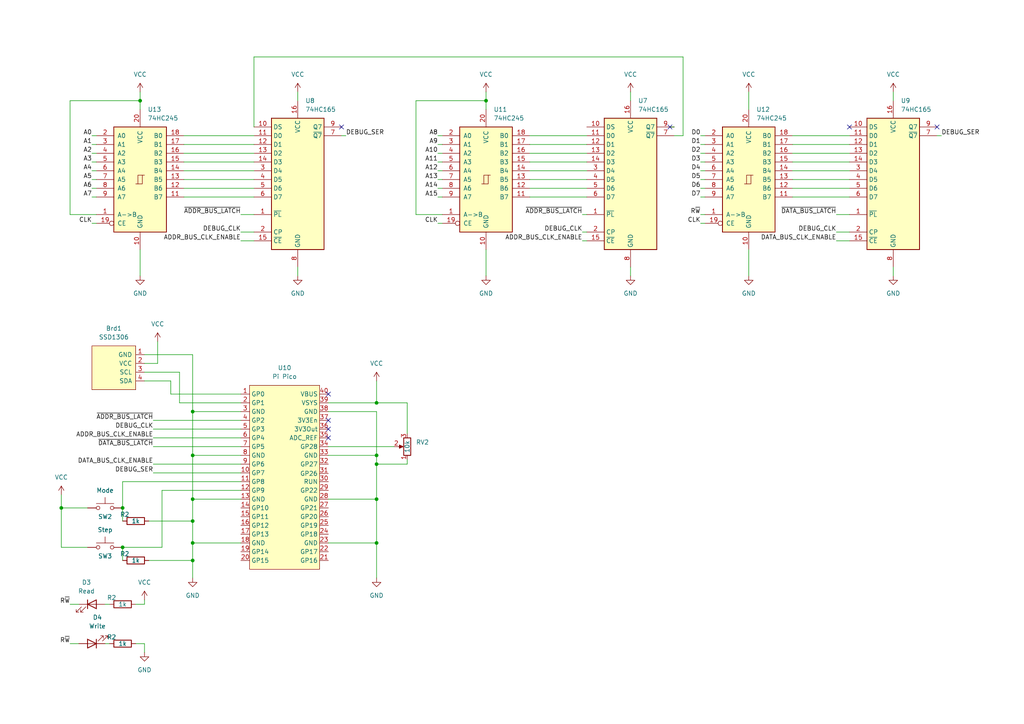
<source format=kicad_sch>
(kicad_sch (version 20230121) (generator eeschema)
  (paper "A4")
  (title_block (title "Debugger"))
  (lib_symbols
    (symbol "6502:Pi_Pico"
      (property "Reference" "U" (at 0 26.67 0))
      (property "Value" "Pi Pico" (at 0 1.27 90))
      (symbol "Pi_Pico_1_1"
        (rectangle (start -10.16 25.4) (end 10.16 -27.94) (fill (type background)))
        (pin bidirectional line (at -12.7 22.86 0) (length 2.54) (name "GP0") (number "1"))
        (pin bidirectional line (at -12.7 0 0) (length 2.54) (name "GP7") (number "10"))
        (pin bidirectional line (at -12.7 -2.54 0) (length 2.54) (name "GP8") (number "11"))
        (pin bidirectional line (at -12.7 -5.08 0) (length 2.54) (name "GP9") (number "12"))
        (pin power_in line (at -12.7 -7.62 0) (length 2.54) (name "GND") (number "13"))
        (pin bidirectional line (at -12.7 -10.16 0) (length 2.54) (name "GP10") (number "14"))
        (pin bidirectional line (at -12.7 -12.7 0) (length 2.54) (name "GP11") (number "15"))
        (pin bidirectional line (at -12.7 -15.24 0) (length 2.54) (name "GP12") (number "16"))
        (pin bidirectional line (at -12.7 -17.78 0) (length 2.54) (name "GP13") (number "17"))
        (pin power_in line (at -12.7 -20.32 0) (length 2.54) (name "GND") (number "18"))
        (pin bidirectional line (at -12.7 -22.86 0) (length 2.54) (name "GP14") (number "19"))
        (pin bidirectional line (at -12.7 20.32 0) (length 2.54) (name "GP1") (number "2"))
        (pin bidirectional line (at -12.7 -25.4 0) (length 2.54) (name "GP15") (number "20"))
        (pin bidirectional line (at 12.7 -25.4 180) (length 2.54) (name "GP16") (number "21"))
        (pin bidirectional line (at 12.7 -22.86 180) (length 2.54) (name "GP17") (number "22"))
        (pin power_in line (at 12.7 -20.32 180) (length 2.54) (name "GND") (number "23"))
        (pin bidirectional line (at 12.7 -17.78 180) (length 2.54) (name "GP18") (number "24"))
        (pin bidirectional line (at 12.7 -15.24 180) (length 2.54) (name "GP19") (number "25"))
        (pin bidirectional line (at 12.7 -12.7 180) (length 2.54) (name "GP20") (number "26"))
        (pin bidirectional line (at 12.7 -10.16 180) (length 2.54) (name "GP21") (number "27"))
        (pin power_in line (at 12.7 -7.62 180) (length 2.54) (name "GND") (number "28"))
        (pin bidirectional line (at 12.7 -5.08 180) (length 2.54) (name "GP22") (number "29"))
        (pin power_in line (at -12.7 17.78 0) (length 2.54) (name "GND") (number "3"))
        (pin input line (at 12.7 -2.54 180) (length 2.54) (name "RUN") (number "30"))
        (pin bidirectional line (at 12.6813 -0.1841 180) (length 2.54) (name "GP26") (number "31"))
        (pin bidirectional line (at 12.7 2.54 180) (length 2.54) (name "GP27") (number "32"))
        (pin power_in line (at 12.7 5.08 180) (length 2.54) (name "GND") (number "33"))
        (pin bidirectional line (at 12.7 7.62 180) (length 2.54) (name "GP28") (number "34"))
        (pin input line (at 12.7 10.16 180) (length 2.54) (name "ADC_REF") (number "35"))
        (pin power_out line (at 12.7 12.7 180) (length 2.54) (name "3V3Out") (number "36"))
        (pin input line (at 12.7 15.24 180) (length 2.54) (name "3V3En") (number "37"))
        (pin power_in line (at 12.7 17.78 180) (length 2.54) (name "GND") (number "38"))
        (pin power_out line (at 12.7 20.32 180) (length 2.54) (name "VSYS") (number "39"))
        (pin bidirectional line (at -12.7 15.24 0) (length 2.54) (name "GP2") (number "4"))
        (pin power_in line (at 12.7 22.86 180) (length 2.54) (name "VBUS") (number "40"))
        (pin bidirectional line (at -12.7 12.7 0) (length 2.54) (name "GP3") (number "5"))
        (pin bidirectional line (at -12.7 10.16 0) (length 2.54) (name "GP4") (number "6"))
        (pin power_in line (at -12.7 7.62 0) (length 2.54) (name "GP5") (number "7"))
        (pin power_in line (at -12.7 5.08 0) (length 2.54) (name "GND") (number "8"))
        (pin bidirectional line (at -12.7 2.54 0) (length 2.54) (name "GP6") (number "9"))
      )
    )
    (symbol "6502:SSD1306" (pin_names (offset 1.016))
      (property "Reference" "Brd" (at 0 -3.81 0))
      (property "Value" "SSD1306" (at 0 -1.27 0))
      (symbol "SSD1306_0_1"
        (rectangle (start -6.35 6.35) (end 6.35 -6.35) (fill (type background)))
      )
      (symbol "SSD1306_1_1"
        (pin input line (at -3.81 8.89 270) (length 2.54) (name "GND") (number "1"))
        (pin input line (at -1.27 8.89 270) (length 2.54) (name "VCC") (number "2"))
        (pin input line (at 1.27 8.89 270) (length 2.54) (name "SCL") (number "3"))
        (pin input line (at 3.81 8.89 270) (length 2.54) (name "SDA") (number "4"))
      )
    )
    (symbol "74xx:74HC165"
      (property "Reference" "U" (at -7.62 19.05 0))
      (property "Value" "74HC165" (at -7.62 -21.59 0))
      (symbol "74HC165_1_0"
        (pin input line (at -12.7 -10.16 0) (length 5.08) (name "~{PL}") (number "1"))
        (pin input line (at -12.7 15.24 0) (length 5.08) (name "DS") (number "10"))
        (pin input line (at -12.7 12.7 0) (length 5.08) (name "D0") (number "11"))
        (pin input line (at -12.7 10.16 0) (length 5.08) (name "D1") (number "12"))
        (pin input line (at -12.7 7.62 0) (length 5.08) (name "D2") (number "13"))
        (pin input line (at -12.7 5.08 0) (length 5.08) (name "D3") (number "14"))
        (pin input line (at -12.7 -17.78 0) (length 5.08) (name "~{CE}") (number "15"))
        (pin power_in line (at 0 22.86 270) (length 5.08) (name "VCC") (number "16"))
        (pin input line (at -12.7 -15.24 0) (length 5.08) (name "CP") (number "2"))
        (pin input line (at -12.7 2.54 0) (length 5.08) (name "D4") (number "3"))
        (pin input line (at -12.7 0 0) (length 5.08) (name "D5") (number "4"))
        (pin input line (at -12.7 -2.54 0) (length 5.08) (name "D6") (number "5"))
        (pin input line (at -12.7 -5.08 0) (length 5.08) (name "D7") (number "6"))
        (pin output line (at 12.7 12.7 180) (length 5.08) (name "~{Q7}") (number "7"))
        (pin power_in line (at 0 -25.4 90) (length 5.08) (name "GND") (number "8"))
        (pin output line (at 12.7 15.24 180) (length 5.08) (name "Q7") (number "9"))
      )
      (symbol "74HC165_1_1"
        (rectangle (start -7.62 17.78) (end 7.62 -20.32) (stroke (width 0.254)) (fill (type background)))
      )
    )
    (symbol "74xx:74HC245" (pin_names (offset 1.016))
      (property "Reference" "U" (at -7.62 16.51 0))
      (property "Value" "74HC245" (at -7.62 -16.51 0))
      (symbol "74HC245_1_0"
        (polyline (pts (xy -0.635 -1.27) (xy -0.635 1.27) (xy 0.635 1.27)))
        (polyline (pts (xy -1.27 -1.27) (xy 0.635 -1.27) (xy 0.635 1.27) (xy 1.27 1.27)))
        (pin input line (at -12.7 -10.16 0) (length 5.08) (name "A->B") (number "1"))
        (pin power_in line (at 0 -20.32 90) (length 5.08) (name "GND") (number "10"))
        (pin tri_state line (at 12.7 -5.08 180) (length 5.08) (name "B7") (number "11"))
        (pin tri_state line (at 12.7 -2.54 180) (length 5.08) (name "B6") (number "12"))
        (pin tri_state line (at 12.7 0 180) (length 5.08) (name "B5") (number "13"))
        (pin tri_state line (at 12.7 2.54 180) (length 5.08) (name "B4") (number "14"))
        (pin tri_state line (at 12.7 5.08 180) (length 5.08) (name "B3") (number "15"))
        (pin tri_state line (at 12.7 7.62 180) (length 5.08) (name "B2") (number "16"))
        (pin tri_state line (at 12.7 10.16 180) (length 5.08) (name "B1") (number "17"))
        (pin tri_state line (at 12.7 12.7 180) (length 5.08) (name "B0") (number "18"))
        (pin input inverted (at -12.7 -12.7 0) (length 5.08) (name "CE") (number "19"))
        (pin tri_state line (at -12.7 12.7 0) (length 5.08) (name "A0") (number "2"))
        (pin power_in line (at 0 20.32 270) (length 5.08) (name "VCC") (number "20"))
        (pin tri_state line (at -12.7 10.16 0) (length 5.08) (name "A1") (number "3"))
        (pin tri_state line (at -12.7 7.62 0) (length 5.08) (name "A2") (number "4"))
        (pin tri_state line (at -12.7 5.08 0) (length 5.08) (name "A3") (number "5"))
        (pin tri_state line (at -12.7 2.54 0) (length 5.08) (name "A4") (number "6"))
        (pin tri_state line (at -12.7 0 0) (length 5.08) (name "A5") (number "7"))
        (pin tri_state line (at -12.7 -2.54 0) (length 5.08) (name "A6") (number "8"))
        (pin tri_state line (at -12.7 -5.08 0) (length 5.08) (name "A7") (number "9"))
      )
      (symbol "74HC245_1_1"
        (rectangle (start -7.62 15.24) (end 7.62 -15.24) (stroke (width 0.254)) (fill (type background)))
      )
    )
    (symbol "Device:LED" (pin_numbers hide) (pin_names (offset 1.016) hide)
      (property "Reference" "D" (at 0 2.54 0))
      (property "Value" "LED" (at 0 -2.54 0))
      (symbol "LED_0_1"
        (polyline (pts (xy -1.27 -1.27) (xy -1.27 1.27)) (stroke (width 0.254)))
        (polyline (pts (xy -1.27 0) (xy 1.27 0)))
        (polyline (pts (xy 1.27 -1.27) (xy 1.27 1.27) (xy -1.27 0) (xy 1.27 -1.27)) (stroke (width 0.254)))
        (polyline (pts (xy -3.048 -0.762) (xy -4.572 -2.286) (xy -3.81 -2.286) (xy -4.572 -2.286) (xy -4.572 -1.524)))
        (polyline (pts (xy -1.778 -0.762) (xy -3.302 -2.286) (xy -2.54 -2.286) (xy -3.302 -2.286) (xy -3.302 -1.524)))
      )
      (symbol "LED_1_1"
        (pin passive line (at -3.81 0 0) (length 2.54) (name "K") (number "1"))
        (pin passive line (at 3.81 0 180) (length 2.54) (name "A") (number "2"))
      )
    )
    (symbol "Device:R" (pin_numbers hide) (pin_names (offset 0))
      (property "Reference" "R" (at 2.032 0 90))
      (property "Value" "R" (at 0 0 90))
      (symbol "R_0_1"
        (rectangle (start -1.016 -2.54) (end 1.016 2.54) (stroke (width 0.254)))
      )
      (symbol "R_1_1"
        (pin passive line (at 0 3.81 270) (length 1.27) (name "~") (number "1"))
        (pin passive line (at 0 -3.81 90) (length 1.27) (name "~") (number "2"))
      )
    )
    (symbol "Device:R_Potentiometer" (pin_names (offset 1.016) hide)
      (property "Reference" "RV" (at -4.445 0 90))
      (property "Value" "R_Potentiometer" (at -2.54 0 90))
      (symbol "R_Potentiometer_0_1"
        (polyline (pts (xy 2.54 0) (xy 1.524 0)))
        (polyline (pts (xy 1.143 0) (xy 2.286 0.508) (xy 2.286 -0.508) (xy 1.143 0)) (fill (type outline)))
        (rectangle (start 1.016 2.54) (end -1.016 -2.54) (stroke (width 0.254)))
      )
      (symbol "R_Potentiometer_1_1"
        (pin passive line (at 0 3.81 270) (length 1.27) (name "1") (number "1"))
        (pin passive line (at 3.81 0 180) (length 1.27) (name "2") (number "2"))
        (pin passive line (at 0 -3.81 90) (length 1.27) (name "3") (number "3"))
      )
    )
    (symbol "Switch:SW_Push" (pin_numbers hide) (pin_names (offset 1.016) hide)
      (property "Reference" "SW" (at 1.27 2.54 0))
      (property "Value" "SW_Push" (at 0 -1.524 0))
      (symbol "SW_Push_0_1"
        (circle (center -2.032 0) (radius 0.508))
        (polyline (pts (xy 0 1.27) (xy 0 3.048)))
        (polyline (pts (xy 2.54 1.27) (xy -2.54 1.27)))
        (circle (center 2.032 0) (radius 0.508))
        (pin passive line (at -5.08 0 0) (length 2.54) (name "1") (number "1"))
        (pin passive line (at 5.08 0 180) (length 2.54) (name "2") (number "2"))
      )
    )
    (symbol "power:GND" (power) (pin_names (offset 0))
      (property "Value" "GND" (at 0 -3.81 0))
      (symbol "GND_0_1"
        (polyline (pts (xy 0 0) (xy 0 -1.27) (xy 1.27 -1.27) (xy 0 -2.54) (xy -1.27 -1.27) (xy 0 -1.27)))
      )
      (symbol "GND_1_1"
        (pin power_in line (at 0 0 270) (length 0) hide (name "GND") (number "1"))
      )
    )
    (symbol "power:VCC" (power) (pin_names (offset 0))
      (property "Value" "VCC" (at 0 3.81 0))
      (symbol "VCC_0_1"
        (polyline (pts (xy -0.762 1.27) (xy 0 2.54)))
        (polyline (pts (xy 0 0) (xy 0 2.54)))
        (polyline (pts (xy 0 2.54) (xy 0.762 1.27)))
      )
      (symbol "VCC_1_1"
        (pin power_in line (at 0 0 90) (length 0) hide (name "VCC") (number "1"))
      )
    )
  )
  (junction (at 55.88 119.38))
  (junction (at 55.88 151.13))
  (junction (at 109.22 132.08))
  (junction (at 55.88 132.08))
  (junction (at 109.22 157.48))
  (junction (at 35.56 147.32))
  (junction (at 109.22 144.78))
  (junction (at 17.78 147.32))
  (junction (at 35.56 158.75))
  (junction (at 40.64 29.21))
  (junction (at 55.88 157.48))
  (junction (at 140.97 29.21))
  (junction (at 55.88 162.56))
  (junction (at 109.22 134.62))
  (junction (at 55.88 144.78))
  (junction (at 109.22 116.84))
  (no_connect (at 95.25 127))
  (no_connect (at 95.25 121.92))
  (no_connect (at 95.25 124.46))
  (no_connect (at 95.25 114.3))
  (no_connect (at 271.78 36.83))
  (no_connect (at 246.38 36.83))
  (no_connect (at 194.31 36.83))
  (no_connect (at 99.06 36.83))
  (wire (pts (xy 26.67 39.37) (xy 27.94 39.37)))
  (wire (pts (xy 17.78 147.32) (xy 25.4 147.32)))
  (wire (pts (xy 53.34 49.53) (xy 73.66 49.53)))
  (wire (pts (xy 20.32 29.21) (xy 40.64 29.21)))
  (wire (pts (xy 229.87 39.37) (xy 246.38 39.37)))
  (wire (pts (xy 203.2 57.15) (xy 204.47 57.15)))
  (wire (pts (xy 203.2 44.45) (xy 204.47 44.45)))
  (wire (pts (xy 49.53 110.49) (xy 41.91 110.49)))
  (wire (pts (xy 17.78 147.32) (xy 17.78 158.75)))
  (wire (pts (xy 229.87 41.91) (xy 246.38 41.91)))
  (wire (pts (xy 140.97 26.67) (xy 140.97 29.21)))
  (wire (pts (xy 55.88 119.38) (xy 55.88 132.08)))
  (wire (pts (xy 46.99 158.75) (xy 35.56 158.75)))
  (wire (pts (xy 153.67 41.91) (xy 170.18 41.91)))
  (wire (pts (xy 127 64.77) (xy 128.27 64.77)))
  (wire (pts (xy 109.22 116.84) (xy 109.22 110.49)))
  (wire (pts (xy 35.56 139.7) (xy 35.56 147.32)))
  (wire (pts (xy 95.25 129.54) (xy 114.3 129.54)))
  (wire (pts (xy 153.67 57.15) (xy 170.18 57.15)))
  (wire (pts (xy 120.65 62.23) (xy 120.65 29.21)))
  (wire (pts (xy 26.67 44.45) (xy 27.94 44.45)))
  (wire (pts (xy 46.99 142.24) (xy 46.99 158.75)))
  (wire (pts (xy 69.85 119.38) (xy 55.88 119.38)))
  (wire (pts (xy 203.2 62.23) (xy 204.47 62.23)))
  (wire (pts (xy 52.07 116.84) (xy 69.85 116.84)))
  (wire (pts (xy 55.88 162.56) (xy 55.88 167.64)))
  (wire (pts (xy 69.85 139.7) (xy 35.56 139.7)))
  (wire (pts (xy 203.2 41.91) (xy 204.47 41.91)))
  (wire (pts (xy 203.2 54.61) (xy 204.47 54.61)))
  (wire (pts (xy 229.87 52.07) (xy 246.38 52.07)))
  (wire (pts (xy 153.67 44.45) (xy 170.18 44.45)))
  (wire (pts (xy 109.22 157.48) (xy 109.22 167.64)))
  (wire (pts (xy 26.67 46.99) (xy 27.94 46.99)))
  (wire (pts (xy 53.34 44.45) (xy 73.66 44.45)))
  (wire (pts (xy 118.11 125.73) (xy 118.11 116.84)))
  (wire (pts (xy 86.36 77.47) (xy 86.36 80.01)))
  (wire (pts (xy 44.45 127) (xy 69.85 127)))
  (wire (pts (xy 229.87 44.45) (xy 246.38 44.45)))
  (wire (pts (xy 55.88 151.13) (xy 55.88 157.48)))
  (wire (pts (xy 170.18 69.85) (xy 168.91 69.85)))
  (wire (pts (xy 26.67 41.91) (xy 27.94 41.91)))
  (wire (pts (xy 140.97 29.21) (xy 140.97 31.75)))
  (wire (pts (xy 118.11 116.84) (xy 109.22 116.84)))
  (wire (pts (xy 99.06 39.37) (xy 100.33 39.37)))
  (wire (pts (xy 44.45 124.46) (xy 69.85 124.46)))
  (wire (pts (xy 229.87 49.53) (xy 246.38 49.53)))
  (wire (pts (xy 49.53 114.3) (xy 49.53 110.49)))
  (wire (pts (xy 20.32 186.69) (xy 22.86 186.69)))
  (wire (pts (xy 41.91 105.41) (xy 45.72 105.41)))
  (wire (pts (xy 109.22 119.38) (xy 109.22 132.08)))
  (wire (pts (xy 45.72 105.41) (xy 45.72 99.06)))
  (wire (pts (xy 26.67 49.53) (xy 27.94 49.53)))
  (wire (pts (xy 153.67 39.37) (xy 170.18 39.37)))
  (wire (pts (xy 26.67 57.15) (xy 27.94 57.15)))
  (wire (pts (xy 153.67 46.99) (xy 170.18 46.99)))
  (wire (pts (xy 182.88 77.47) (xy 182.88 80.01)))
  (wire (pts (xy 95.25 157.48) (xy 109.22 157.48)))
  (wire (pts (xy 44.45 137.16) (xy 69.85 137.16)))
  (wire (pts (xy 43.18 151.13) (xy 55.88 151.13)))
  (wire (pts (xy 40.64 29.21) (xy 40.64 31.75)))
  (wire (pts (xy 127 46.99) (xy 128.27 46.99)))
  (wire (pts (xy 109.22 134.62) (xy 109.22 144.78)))
  (wire (pts (xy 95.25 116.84) (xy 109.22 116.84)))
  (wire (pts (xy 127 57.15) (xy 128.27 57.15)))
  (wire (pts (xy 109.22 144.78) (xy 109.22 157.48)))
  (wire (pts (xy 140.97 72.39) (xy 140.97 80.01)))
  (wire (pts (xy 44.45 134.62) (xy 69.85 134.62)))
  (wire (pts (xy 118.11 133.35) (xy 118.11 134.62)))
  (wire (pts (xy 242.57 67.31) (xy 246.38 67.31)))
  (wire (pts (xy 203.2 46.99) (xy 204.47 46.99)))
  (wire (pts (xy 20.32 62.23) (xy 20.32 29.21)))
  (wire (pts (xy 259.08 26.67) (xy 259.08 29.21)))
  (wire (pts (xy 153.67 49.53) (xy 170.18 49.53)))
  (wire (pts (xy 259.08 77.47) (xy 259.08 80.01)))
  (wire (pts (xy 198.12 39.37) (xy 195.58 39.37)))
  (wire (pts (xy 52.07 116.84) (xy 52.07 107.95)))
  (wire (pts (xy 170.18 67.31) (xy 168.91 67.31)))
  (wire (pts (xy 55.88 144.78) (xy 69.85 144.78)))
  (wire (pts (xy 53.34 46.99) (xy 73.66 46.99)))
  (wire (pts (xy 40.64 26.67) (xy 40.64 29.21)))
  (wire (pts (xy 17.78 143.51) (xy 17.78 147.32)))
  (wire (pts (xy 53.34 54.61) (xy 73.66 54.61)))
  (wire (pts (xy 182.88 26.67) (xy 182.88 29.21)))
  (wire (pts (xy 35.56 147.32) (xy 35.56 151.13)))
  (wire (pts (xy 95.25 144.78) (xy 109.22 144.78)))
  (wire (pts (xy 242.57 69.85) (xy 246.38 69.85)))
  (wire (pts (xy 128.27 62.23) (xy 120.65 62.23)))
  (wire (pts (xy 203.2 52.07) (xy 204.47 52.07)))
  (wire (pts (xy 120.65 29.21) (xy 140.97 29.21)))
  (wire (pts (xy 69.85 69.85) (xy 73.66 69.85)))
  (wire (pts (xy 52.07 107.95) (xy 41.91 107.95)))
  (wire (pts (xy 40.64 72.39) (xy 40.64 80.01)))
  (wire (pts (xy 49.53 114.3) (xy 69.85 114.3)))
  (wire (pts (xy 55.88 132.08) (xy 69.85 132.08)))
  (wire (pts (xy 55.88 102.87) (xy 55.88 119.38)))
  (wire (pts (xy 69.85 67.31) (xy 73.66 67.31)))
  (wire (pts (xy 26.67 52.07) (xy 27.94 52.07)))
  (wire (pts (xy 53.34 52.07) (xy 73.66 52.07)))
  (wire (pts (xy 73.66 16.51) (xy 198.12 16.51)))
  (wire (pts (xy 53.34 39.37) (xy 73.66 39.37)))
  (wire (pts (xy 229.87 57.15) (xy 246.38 57.15)))
  (wire (pts (xy 229.87 46.99) (xy 246.38 46.99)))
  (wire (pts (xy 41.91 175.26) (xy 41.91 173.99)))
  (wire (pts (xy 35.56 158.75) (xy 35.56 162.56)))
  (wire (pts (xy 203.2 39.37) (xy 204.47 39.37)))
  (wire (pts (xy 69.85 142.24) (xy 46.99 142.24)))
  (wire (pts (xy 39.37 175.26) (xy 41.91 175.26)))
  (wire (pts (xy 41.91 186.69) (xy 41.91 189.23)))
  (wire (pts (xy 217.17 72.39) (xy 217.17 80.01)))
  (wire (pts (xy 39.37 186.69) (xy 41.91 186.69)))
  (wire (pts (xy 53.34 41.91) (xy 73.66 41.91)))
  (wire (pts (xy 26.67 64.77) (xy 27.94 64.77)))
  (wire (pts (xy 55.88 157.48) (xy 55.88 162.56)))
  (wire (pts (xy 43.18 162.56) (xy 55.88 162.56)))
  (wire (pts (xy 127 44.45) (xy 128.27 44.45)))
  (wire (pts (xy 203.2 49.53) (xy 204.47 49.53)))
  (wire (pts (xy 55.88 144.78) (xy 55.88 151.13)))
  (wire (pts (xy 30.48 175.26) (xy 31.75 175.26)))
  (wire (pts (xy 242.57 62.23) (xy 246.38 62.23)))
  (wire (pts (xy 127 41.91) (xy 128.27 41.91)))
  (wire (pts (xy 55.88 157.48) (xy 69.85 157.48)))
  (wire (pts (xy 217.17 26.67) (xy 217.17 31.75)))
  (wire (pts (xy 41.91 102.87) (xy 55.88 102.87)))
  (wire (pts (xy 27.94 62.23) (xy 20.32 62.23)))
  (wire (pts (xy 26.67 54.61) (xy 27.94 54.61)))
  (wire (pts (xy 127 49.53) (xy 128.27 49.53)))
  (wire (pts (xy 127 54.61) (xy 128.27 54.61)))
  (wire (pts (xy 153.67 52.07) (xy 170.18 52.07)))
  (wire (pts (xy 53.34 57.15) (xy 73.66 57.15)))
  (wire (pts (xy 25.4 158.75) (xy 17.78 158.75)))
  (wire (pts (xy 69.85 62.23) (xy 73.66 62.23)))
  (wire (pts (xy 118.11 134.62) (xy 109.22 134.62)))
  (wire (pts (xy 127 52.07) (xy 128.27 52.07)))
  (wire (pts (xy 170.18 62.23) (xy 168.91 62.23)))
  (wire (pts (xy 95.25 132.08) (xy 109.22 132.08)))
  (wire (pts (xy 194.31 36.83) (xy 195.58 36.83)))
  (wire (pts (xy 20.32 175.26) (xy 22.86 175.26)))
  (wire (pts (xy 30.48 186.69) (xy 31.75 186.69)))
  (wire (pts (xy 44.45 121.92) (xy 69.85 121.92)))
  (wire (pts (xy 229.87 54.61) (xy 246.38 54.61)))
  (wire (pts (xy 271.78 39.37) (xy 273.05 39.37)))
  (wire (pts (xy 127 39.37) (xy 128.27 39.37)))
  (wire (pts (xy 73.66 36.83) (xy 73.66 16.51)))
  (wire (pts (xy 153.67 54.61) (xy 170.18 54.61)))
  (wire (pts (xy 109.22 132.08) (xy 109.22 134.62)))
  (wire (pts (xy 86.36 26.67) (xy 86.36 29.21)))
  (wire (pts (xy 95.25 119.38) (xy 109.22 119.38)))
  (wire (pts (xy 203.2 64.77) (xy 204.47 64.77)))
  (wire (pts (xy 44.45 129.54) (xy 69.85 129.54)))
  (wire (pts (xy 55.88 132.08) (xy 55.88 144.78)))
  (wire (pts (xy 198.12 16.51) (xy 198.12 39.37)))
  (label "DATA_BUS_CLK_ENABLE" (at 44.45 134.62 180))
  (label "A11" (at 127 46.99 180))
  (label "A15" (at 127 57.15 180))
  (label "D4" (at 203.2 49.53 180))
  (label "A6" (at 26.67 54.61 180))
  (label "A12" (at 127 49.53 180))
  (label "CLK" (at 26.67 64.77 180))
  (label "D0" (at 203.2 39.37 180))
  (label "A5" (at 26.67 52.07 180))
  (label "ADDR_BUS_CLK_ENABLE" (at 69.85 69.85 180))
  (label "R~{W}" (at 203.2 62.23 180))
  (label "CLK" (at 203.2 64.77 180))
  (label "DEBUG_CLK" (at 242.57 67.31 180))
  (label "ADDR_BUS_CLK_ENABLE" (at 168.91 69.85 180))
  (label "R~{W}" (at 20.32 175.26 180))
  (label "DATA_BUS_CLK_ENABLE" (at 242.57 69.85 180))
  (label "A8" (at 127 39.37 180))
  (label "D6" (at 203.2 54.61 180))
  (label "CLK" (at 127 64.77 180))
  (label "A4" (at 26.67 49.53 180))
  (label "D5" (at 203.2 52.07 180))
  (label "A2" (at 26.67 44.45 180))
  (label "~{ADDR_BUS_LATCH}" (at 69.85 62.23 180))
  (label "A1" (at 26.67 41.91 180))
  (label "DEBUG_CLK" (at 168.91 67.31 180))
  (label "DEBUG_SER" (at 100.33 39.37 0))
  (label "~{ADDR_BUS_LATCH}" (at 44.45 121.92 180))
  (label "DEBUG_SER" (at 44.45 137.16 180))
  (label "A14" (at 127 54.61 180))
  (label "D7" (at 203.2 57.15 180))
  (label "A3" (at 26.67 46.99 180))
  (label "A7" (at 26.67 57.15 180))
  (label "R~{W}" (at 20.32 186.69 180))
  (label "D3" (at 203.2 46.99 180))
  (label "ADDR_BUS_CLK_ENABLE" (at 44.45 127 180))
  (label "D2" (at 203.2 44.45 180))
  (label "A9" (at 127 41.91 180))
  (label "DEBUG_SER" (at 273.05 39.37 0))
  (label "~{DATA_BUS_LATCH}" (at 44.45 129.54 180))
  (label "~{DATA_BUS_LATCH}" (at 242.57 62.23 180))
  (label "~{ADDR_BUS_LATCH}" (at 168.91 62.23 180))
  (label "A0" (at 26.67 39.37 180))
  (label "D1" (at 203.2 41.91 180))
  (label "DEBUG_CLK" (at 44.45 124.46 180))
  (label "DEBUG_CLK" (at 69.85 67.31 180))
  (label "A10" (at 127 44.45 180))
  (label "A13" (at 127 52.07 180))
  (symbol (lib_id "power:VCC") (at 109.22 110.49 0) (unit 1)
    (property "Reference" "#PWR038" (effects hide))
    (property "Value" "VCC" (at 109.22 105.41 0))
  )
  (symbol (lib_id "power:VCC") (at 45.72 99.06 0) (unit 1)
    (property "Reference" "#PWR050" (effects hide))
    (property "Value" "VCC" (at 45.72 93.98 0))
  )
  (symbol (lib_id "power:GND") (at 41.91 189.23 0) (unit 1)
    (property "Reference" "#PWR049" (effects hide))
    (property "Value" "GND" (at 41.91 194.31 0))
  )
  (symbol (lib_id "power:VCC") (at 217.17 26.67 0) (unit 1)
    (property "Reference" "#PWR047" (effects hide))
    (property "Value" "VCC" (at 217.17 21.59 0))
  )
  (symbol (lib_id "power:VCC") (at 182.88 26.67 0) (unit 1)
    (property "Reference" "#PWR027" (effects hide))
    (property "Value" "VCC" (at 182.88 21.59 0))
  )
  (symbol (lib_id "Device:R") (at 35.56 175.26 90) (unit 1)
    (property "Reference" "R2" (at 32.385 173.355 90))
    (property "Value" "1k" (at 35.56 175.26 90))
    (property "Footprint" "Resistor_THT:R_Axial_DIN0207_L6.3mm_D2.5mm_P7.62mm_Horizontal" (effects hide))
    (instances (project "StevePico6592" (path "" (reference "R2") (unit 1)) (path "" (reference "R8") (unit 1))))
  )
  (symbol (lib_id "74xx:74HC165") (at 86.36 52.07 0) (unit 1)
    (property "Reference" "U8" (at 88.5541 29.21 0) (effects (justify left)))
    (property "Value" "74HC165" (at 88.5541 31.75 0) (effects (justify left)))
    (property "Datasheet" "https://assets.nexperia.com/documents/data-sheet/74HC_HCT165.pdf" (effects hide))
  )
  (symbol (lib_id "power:GND") (at 217.17 80.01 0) (unit 1)
    (property "Reference" "#PWR048" (effects hide))
    (property "Value" "GND" (at 217.17 85.09 0))
  )
  (symbol (lib_id "power:GND") (at 182.88 80.01 0) (unit 1)
    (property "Reference" "#PWR034" (effects hide))
    (property "Value" "GND" (at 182.88 85.09 0))
  )
  (symbol (lib_id "power:GND") (at 259.08 80.01 0) (unit 1)
    (property "Reference" "#PWR033" (effects hide))
    (property "Value" "GND" (at 259.08 85.09 0))
  )
  (symbol (lib_id "Switch:SW_Push") (at 30.48 158.75 0) (unit 1)
    (property "Reference" "SW3" (at 30.48 161.29 0))
    (property "Value" "Step" (at 30.48 153.67 0))
  )
  (symbol (lib_id "power:VCC") (at 17.78 143.51 0) (unit 1)
    (property "Reference" "#PWR039" (effects hide))
    (property "Value" "VCC" (at 17.78 138.43 0))
  )
  (symbol (lib_id "power:VCC") (at 86.36 26.67 0) (unit 1)
    (property "Reference" "#PWR031" (effects hide))
    (property "Value" "VCC" (at 86.36 21.59 0))
  )
  (symbol (lib_id "Device:LED") (at 26.67 186.69 180) (unit 1)
    (property "Reference" "D4" (at 28.2575 179.07 0))
    (property "Value" "Write" (at 28.2575 181.61 0))
  )
  (symbol (lib_id "Device:R") (at 39.37 162.56 90) (unit 1)
    (property "Reference" "R2" (at 36.195 160.655 90))
    (property "Value" "1k" (at 39.37 162.56 90))
    (property "Footprint" "Resistor_THT:R_Axial_DIN0207_L6.3mm_D2.5mm_P7.62mm_Horizontal" (effects hide))
    (instances (project "StevePico6592" (path "" (reference "R2") (unit 1)) (path "" (reference "R7") (unit 1))))
  )
  (symbol (lib_id "power:GND") (at 40.64 80.01 0) (unit 1)
    (property "Reference" "#PWR042" (effects hide))
    (property "Value" "GND" (at 40.64 85.09 0))
  )
  (symbol (lib_id "power:GND") (at 86.36 80.01 0) (unit 1)
    (property "Reference" "#PWR035" (effects hide))
    (property "Value" "GND" (at 86.36 85.09 0))
  )
  (symbol (lib_id "power:VCC") (at 41.91 173.99 0) (unit 1)
    (property "Reference" "#PWR040" (effects hide))
    (property "Value" "VCC" (at 41.91 168.91 0))
  )
  (symbol (lib_id "Switch:SW_Push") (at 30.48 147.32 0) (unit 1)
    (property "Reference" "SW2" (at 30.48 149.86 0))
    (property "Value" "Mode" (at 30.48 142.24 0))
  )
  (symbol (lib_id "power:VCC") (at 40.64 26.67 0) (unit 1)
    (property "Reference" "#PWR041" (effects hide))
    (property "Value" "VCC" (at 40.64 21.59 0))
  )
  (symbol (lib_id "Device:LED") (at 26.67 175.26 0) (unit 1)
    (property "Reference" "D3" (at 25.0825 168.91 0))
    (property "Value" "Read" (at 25.0825 171.45 0))
  )
  (symbol (lib_id "6502:SSD1306") (at 33.02 106.68 270) (unit 1)
    (property "Reference" "Brd1" (at 33.02 95.25 90))
    (property "Value" "SSD1306" (at 33.02 97.79 90))
  )
  (symbol (lib_id "6502:Pi_Pico") (at 82.55 137.16 0) (unit 1)
    (property "Reference" "U10" (at 82.55 106.68 0))
    (property "Value" "Pi Pico" (at 82.55 109.22 0))
  )
  (symbol (lib_id "74xx:74HC165") (at 259.08 52.07 0) (unit 1)
    (property "Reference" "U9" (at 261.2741 29.21 0) (effects (justify left)))
    (property "Value" "74HC165" (at 261.2741 31.75 0) (effects (justify left)))
    (property "Datasheet" "https://assets.nexperia.com/documents/data-sheet/74HC_HCT165.pdf" (effects hide))
  )
  (symbol (lib_id "power:GND") (at 109.22 167.64 0) (unit 1)
    (property "Reference" "#PWR037" (effects hide))
    (property "Value" "GND" (at 109.22 172.72 0))
  )
  (symbol (lib_id "power:VCC") (at 259.08 26.67 0) (unit 1)
    (property "Reference" "#PWR032" (effects hide))
    (property "Value" "VCC" (at 259.08 21.59 0))
  )
  (symbol (lib_id "power:GND") (at 55.88 167.64 0) (unit 1)
    (property "Reference" "#PWR036" (effects hide))
    (property "Value" "GND" (at 55.88 172.72 0))
  )
  (symbol (lib_id "power:GND") (at 140.97 80.01 0) (unit 1)
    (property "Reference" "#PWR044" (effects hide))
    (property "Value" "GND" (at 140.97 85.09 0))
  )
  (symbol (lib_id "power:VCC") (at 140.97 26.67 0) (unit 1)
    (property "Reference" "#PWR043" (effects hide))
    (property "Value" "VCC" (at 140.97 21.59 0))
  )
  (symbol (lib_id "74xx:74HC245") (at 217.17 52.07 0) (unit 1)
    (property "Reference" "U12" (at 219.3641 31.75 0) (effects (justify left)))
    (property "Value" "74HC245" (at 219.3641 34.29 0) (effects (justify left)))
    (property "Datasheet" "http://www.ti.com/lit/gpn/sn74HC245" (effects hide))
  )
  (symbol (lib_id "74xx:74HC245") (at 40.64 52.07 0) (unit 1)
    (property "Reference" "U13" (at 42.8341 31.75 0) (effects (justify left)))
    (property "Value" "74HC245" (at 42.8341 34.29 0) (effects (justify left)))
    (property "Datasheet" "http://www.ti.com/lit/gpn/sn74HC245" (effects hide))
  )
  (symbol (lib_id "Device:R") (at 35.56 186.69 90) (unit 1)
    (property "Reference" "R2" (at 32.385 184.785 90))
    (property "Value" "1k" (at 35.56 186.69 90))
    (property "Footprint" "Resistor_THT:R_Axial_DIN0207_L6.3mm_D2.5mm_P7.62mm_Horizontal" (effects hide))
    (instances (project "StevePico6592" (path "" (reference "R2") (unit 1)) (path "" (reference "R9") (unit 1))))
  )
  (symbol (lib_id "Device:R") (at 39.37 151.13 90) (unit 1)
    (property "Reference" "R2" (at 36.195 149.225 90))
    (property "Value" "1k" (at 39.37 151.13 90))
    (property "Footprint" "Resistor_THT:R_Axial_DIN0207_L6.3mm_D2.5mm_P7.62mm_Horizontal" (effects hide))
    (instances (project "StevePico6592" (path "" (reference "R2") (unit 1)) (path "" (reference "R6") (unit 1))))
  )
  (symbol (lib_id "Device:R_Potentiometer") (at 118.11 129.54 180) (unit 1)
    (property "Reference" "RV2" (at 120.65 128.27 0) (effects (justify right)))
    (property "Value" "10k" (at 118.11 129.54 90))
  )
  (symbol (lib_id "74xx:74HC165") (at 182.88 52.07 0) (unit 1)
    (property "Reference" "U7" (at 185.0741 29.21 0) (effects (justify left)))
    (property "Value" "74HC165" (at 185.0741 31.75 0) (effects (justify left)))
    (property "Datasheet" "https://assets.nexperia.com/documents/data-sheet/74HC_HCT165.pdf" (effects hide))
  )
  (symbol (lib_id "74xx:74HC245") (at 140.97 52.07 0) (unit 1)
    (property "Reference" "U11" (at 143.1641 31.75 0) (effects (justify left)))
    (property "Value" "74HC245" (at 143.1641 34.29 0) (effects (justify left)))
    (property "Datasheet" "http://www.ti.com/lit/gpn/sn74HC245" (effects hide))
  )
)
</source>
